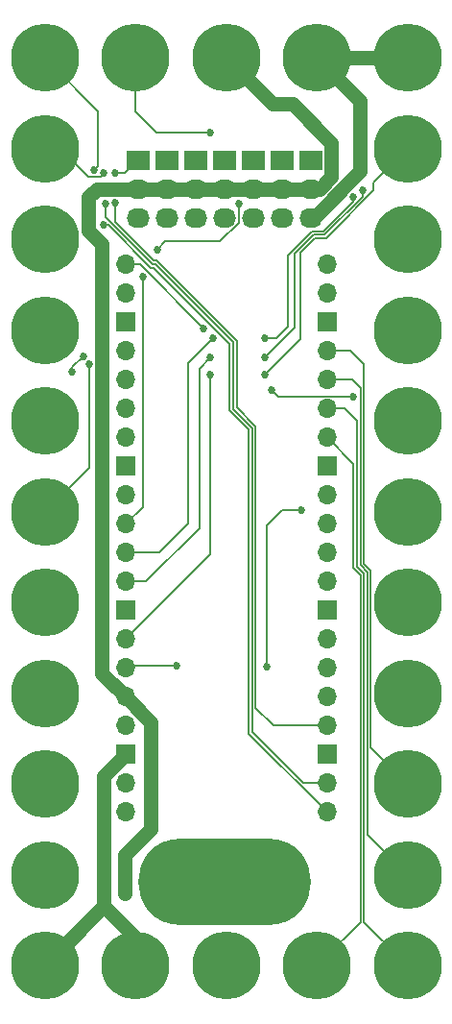
<source format=gtl>
G04 #@! TF.GenerationSoftware,KiCad,Pcbnew,(5.1.8)-1*
G04 #@! TF.CreationDate,2021-04-30T18:53:21-04:00*
G04 #@! TF.ProjectId,5x11-Raspi-Pico-Robot-Version,35783131-2d52-4617-9370-692d5069636f,v1.6*
G04 #@! TF.SameCoordinates,Original*
G04 #@! TF.FileFunction,Copper,L1,Top*
G04 #@! TF.FilePolarity,Positive*
%FSLAX46Y46*%
G04 Gerber Fmt 4.6, Leading zero omitted, Abs format (unit mm)*
G04 Created by KiCad (PCBNEW (5.1.8)-1) date 2021-04-30 18:53:21*
%MOMM*%
%LPD*%
G01*
G04 APERTURE LIST*
G04 #@! TA.AperFunction,ComponentPad*
%ADD10R,2.032000X1.727200*%
G04 #@! TD*
G04 #@! TA.AperFunction,ComponentPad*
%ADD11O,2.032000X1.727200*%
G04 #@! TD*
G04 #@! TA.AperFunction,ComponentPad*
%ADD12O,1.700000X1.700000*%
G04 #@! TD*
G04 #@! TA.AperFunction,ComponentPad*
%ADD13R,1.700000X1.700000*%
G04 #@! TD*
G04 #@! TA.AperFunction,SMDPad,CuDef*
%ADD14O,15.240000X7.620000*%
G04 #@! TD*
G04 #@! TA.AperFunction,ComponentPad*
%ADD15C,6.000000*%
G04 #@! TD*
G04 #@! TA.AperFunction,ViaPad*
%ADD16C,0.685800*%
G04 #@! TD*
G04 #@! TA.AperFunction,Conductor*
%ADD17C,1.270000*%
G04 #@! TD*
G04 #@! TA.AperFunction,Conductor*
%ADD18C,0.152400*%
G04 #@! TD*
G04 APERTURE END LIST*
D10*
X19050000Y-83820000D03*
D11*
X19050000Y-86360000D03*
X19050000Y-88900000D03*
D10*
X11430000Y-83820000D03*
D11*
X11430000Y-86360000D03*
X11430000Y-88900000D03*
D10*
X24130000Y-83820000D03*
D11*
X24130000Y-86360000D03*
X24130000Y-88900000D03*
D10*
X21590000Y-83820000D03*
D11*
X21590000Y-86360000D03*
X21590000Y-88900000D03*
D10*
X13970000Y-83820000D03*
D11*
X13970000Y-86360000D03*
X13970000Y-88900000D03*
D10*
X16510000Y-83820000D03*
D11*
X16510000Y-86360000D03*
X16510000Y-88900000D03*
D12*
X28067000Y-141296251D03*
X28067000Y-138756251D03*
D13*
X28067000Y-136216251D03*
D12*
X28067000Y-133676251D03*
X28067000Y-131136251D03*
X28067000Y-128596251D03*
X28067000Y-126056251D03*
D13*
X28067000Y-123516251D03*
D12*
X28067000Y-120976251D03*
X28067000Y-118436251D03*
X28067000Y-115896251D03*
X28067000Y-113356251D03*
D13*
X28067000Y-110816251D03*
D12*
X28067000Y-108276251D03*
X28067000Y-105736251D03*
X28067000Y-103196251D03*
X28067000Y-100656251D03*
D13*
X28067000Y-98116251D03*
D12*
X28067000Y-95576251D03*
X28067000Y-93036251D03*
X10287000Y-93036251D03*
X10287000Y-95576251D03*
D13*
X10287000Y-98116251D03*
D12*
X10287000Y-100656251D03*
X10287000Y-103196251D03*
X10287000Y-105736251D03*
X10287000Y-108276251D03*
D13*
X10287000Y-110816251D03*
D12*
X10287000Y-113356251D03*
X10287000Y-115896251D03*
X10287000Y-118436251D03*
X10287000Y-120976251D03*
D13*
X10287000Y-123516251D03*
D12*
X10287000Y-126056251D03*
X10287000Y-128596251D03*
X10287000Y-131136251D03*
X10287000Y-133676251D03*
D13*
X10287000Y-136216251D03*
D12*
X10287000Y-138756251D03*
X10287000Y-141296251D03*
D14*
X19050000Y-147407000D03*
D11*
X26670000Y-88900000D03*
X26670000Y-86360000D03*
D10*
X26670000Y-83820000D03*
D15*
X3176000Y-130825001D03*
X35175000Y-90825001D03*
X3176000Y-122825001D03*
X27175000Y-154825001D03*
X3175000Y-98825001D03*
X35175000Y-122825001D03*
X3175000Y-114825001D03*
X35175000Y-82825001D03*
X3175000Y-82825001D03*
X35175000Y-74825001D03*
X11175000Y-154825001D03*
X3176000Y-146825001D03*
X3176000Y-106825001D03*
X19175000Y-74825001D03*
X3175000Y-90825001D03*
X35175000Y-154825001D03*
X27175000Y-74825001D03*
X35175000Y-146825001D03*
X35175000Y-106825001D03*
X35175000Y-138825001D03*
X3176000Y-138825001D03*
X35175000Y-130825001D03*
X35175000Y-114825001D03*
X3176000Y-154825001D03*
X19175000Y-154825001D03*
X35175000Y-98825001D03*
X11175000Y-74825001D03*
X3176000Y-74825001D03*
D16*
X10200000Y-147700000D03*
X10200000Y-148500000D03*
X17800000Y-81400000D03*
X20300000Y-87700000D03*
X13100000Y-91700000D03*
X11800000Y-94100000D03*
X7069700Y-101800000D03*
X17800000Y-101200000D03*
X22600000Y-101200000D03*
X31200000Y-86500000D03*
X17800000Y-102700000D03*
X22600000Y-102700000D03*
X8500000Y-87700000D03*
X8400000Y-85000000D03*
X6600000Y-101100000D03*
X5600000Y-102500000D03*
X9400000Y-87600000D03*
X9400000Y-85000000D03*
X17200000Y-98654178D03*
X23200000Y-104100000D03*
X30371500Y-104700000D03*
X18000000Y-99500000D03*
X22600000Y-99500000D03*
X30350000Y-87050000D03*
X8380355Y-89519645D03*
X7521490Y-84717800D03*
X25800000Y-114700000D03*
X22800000Y-128500000D03*
X14800000Y-128400000D03*
D17*
X10287000Y-136216251D02*
X8400000Y-138103251D01*
X8400000Y-149601001D02*
X3176000Y-154825001D01*
X8400000Y-138103251D02*
X8400000Y-149601001D01*
X27175000Y-74825001D02*
X35175000Y-74825001D01*
X27175000Y-74825001D02*
X31000000Y-78650001D01*
X31000000Y-78650001D02*
X31000000Y-84800000D01*
X26900000Y-88900000D02*
X26670000Y-88900000D01*
X31000000Y-84800000D02*
X26900000Y-88900000D01*
X11175000Y-152376001D02*
X8400000Y-149601001D01*
X11175000Y-154825001D02*
X11175000Y-152376001D01*
X10200000Y-148500000D02*
X10200000Y-145100000D01*
X10200000Y-145100000D02*
X12500000Y-142800000D01*
X12500000Y-133349251D02*
X10287000Y-131136251D01*
X12500000Y-142800000D02*
X12500000Y-133349251D01*
X11430000Y-86360000D02*
X26670000Y-86360000D01*
X7000000Y-87100000D02*
X7740000Y-86360000D01*
X7740000Y-86360000D02*
X11430000Y-86360000D01*
X7000000Y-90000000D02*
X7000000Y-87100000D01*
X8200000Y-91200000D02*
X7000000Y-90000000D01*
X8200000Y-129049251D02*
X8200000Y-91200000D01*
X10287000Y-131136251D02*
X8200000Y-129049251D01*
X28473401Y-82326479D02*
X25046922Y-78900000D01*
X28473401Y-85313521D02*
X28473401Y-82326479D01*
X27426922Y-86360000D02*
X28473401Y-85313521D01*
X26670000Y-86360000D02*
X27426922Y-86360000D01*
X23249999Y-78900000D02*
X19175000Y-74825001D01*
X25046922Y-78900000D02*
X23249999Y-78900000D01*
D18*
X11175000Y-74825001D02*
X11175000Y-79575000D01*
X11175000Y-79575000D02*
X13000000Y-81400000D01*
X13000000Y-81400000D02*
X17800000Y-81400000D01*
X20300000Y-89347018D02*
X18647018Y-91000000D01*
X20300000Y-87700000D02*
X20300000Y-89347018D01*
X13800000Y-91000000D02*
X13100000Y-91700000D01*
X18647018Y-91000000D02*
X13800000Y-91000000D01*
X11800000Y-114383251D02*
X10287000Y-115896251D01*
X11800000Y-94100000D02*
X11800000Y-114383251D01*
X7069700Y-110930301D02*
X3175000Y-114825001D01*
X7069700Y-101800000D02*
X7069700Y-110930301D01*
X10287000Y-120976251D02*
X12123749Y-120976251D01*
X12123749Y-120976251D02*
X16800000Y-116300000D01*
X16800000Y-102200000D02*
X17800000Y-101200000D01*
X16800000Y-116300000D02*
X16800000Y-102200000D01*
X25200000Y-98600000D02*
X22600000Y-101200000D01*
X27873744Y-90395190D02*
X26873744Y-90395190D01*
X25200000Y-92068934D02*
X25200000Y-98600000D01*
X26873744Y-90395190D02*
X25200000Y-92068934D01*
X31200000Y-87068934D02*
X27873744Y-90395190D01*
X31200000Y-87068934D02*
X31200000Y-86500000D01*
X10287000Y-126056251D02*
X17800000Y-118543251D01*
X17800000Y-118543251D02*
X17800000Y-102700000D01*
X27000000Y-90700000D02*
X28000000Y-90700000D01*
X25700000Y-92000000D02*
X27000000Y-90700000D01*
X25700000Y-99600000D02*
X25700000Y-92000000D01*
X22600000Y-102700000D02*
X25700000Y-99600000D01*
X32175001Y-85825000D02*
X35175000Y-82825001D01*
X32175001Y-86524999D02*
X32175001Y-85825000D01*
X28500000Y-90200000D02*
X32175001Y-86524999D01*
X28000000Y-90700000D02*
X28500000Y-90200000D01*
X28500000Y-90200000D02*
X28600000Y-90100000D01*
X27175000Y-154825001D02*
X31031969Y-150968032D01*
X31031969Y-120406234D02*
X30422349Y-119796614D01*
X31031969Y-150968032D02*
X31031969Y-120406234D01*
X30422349Y-110631600D02*
X28067000Y-108276251D01*
X30422349Y-119796614D02*
X30422349Y-110631600D01*
X28067000Y-138756251D02*
X25958066Y-138756251D01*
X25958066Y-138756251D02*
X21475559Y-134273744D01*
X21475559Y-134273744D02*
X21475558Y-107444492D01*
X19804810Y-105773744D02*
X19804809Y-99873743D01*
X21475558Y-107444492D02*
X19804810Y-105773744D01*
X19804809Y-99873743D02*
X12927666Y-92996600D01*
X12927666Y-92996600D02*
X12665533Y-92996599D01*
X8500000Y-88831066D02*
X8500000Y-87700000D01*
X12665533Y-92996599D02*
X8500000Y-88831066D01*
X3175000Y-82825001D02*
X4525001Y-82825001D01*
X8110699Y-85289301D02*
X8400000Y-85000000D01*
X6989301Y-85289301D02*
X8110699Y-85289301D01*
X4525001Y-82825001D02*
X6989301Y-85289301D01*
X5600000Y-102100000D02*
X5600000Y-102500000D01*
X6600000Y-101100000D02*
X5600000Y-102100000D01*
X28067000Y-133676251D02*
X23356619Y-133676251D01*
X23356619Y-133676251D02*
X21780367Y-132099999D01*
X21780367Y-132099999D02*
X21780367Y-107318235D01*
X21780367Y-107318235D02*
X20109618Y-105647486D01*
X20109618Y-105647486D02*
X20109618Y-99747486D01*
X20109618Y-99747486D02*
X14491790Y-94129658D01*
X12791791Y-92691791D02*
X9400000Y-89300000D01*
X9400000Y-89300000D02*
X9400000Y-87600000D01*
X13053922Y-92691791D02*
X12791791Y-92691791D01*
X14831066Y-94468934D02*
X13053922Y-92691791D01*
X10250000Y-85000000D02*
X11430000Y-83820000D01*
X9400000Y-85000000D02*
X10250000Y-85000000D01*
X35175000Y-154825001D02*
X31336779Y-150986780D01*
X31336779Y-120279978D02*
X30727159Y-119670358D01*
X31336779Y-150986780D02*
X31336779Y-120279978D01*
X30727159Y-119670358D02*
X30727159Y-106827159D01*
X29636251Y-105736251D02*
X28067000Y-105736251D01*
X30727159Y-106827159D02*
X29636251Y-105736251D01*
X30296251Y-103196251D02*
X28067000Y-103196251D01*
X31031969Y-103931969D02*
X30296251Y-103196251D01*
X31031969Y-119544102D02*
X31031969Y-103931969D01*
X31641589Y-120153722D02*
X31031969Y-119544102D01*
X31641589Y-143291590D02*
X31641589Y-120153722D01*
X35175000Y-146825001D02*
X31641589Y-143291590D01*
X11582073Y-93036251D02*
X17200000Y-98654178D01*
X10287000Y-93036251D02*
X11582073Y-93036251D01*
X30329150Y-104657650D02*
X30371500Y-104700000D01*
X23757650Y-104657650D02*
X30329150Y-104657650D01*
X23200000Y-104100000D02*
X23757650Y-104657650D01*
X31946399Y-120027466D02*
X31336779Y-119417846D01*
X31946399Y-135596400D02*
X31946399Y-120027466D01*
X35175000Y-138825001D02*
X31946399Y-135596400D01*
X31336779Y-119417846D02*
X31336779Y-101836779D01*
X30156251Y-100656251D02*
X28067000Y-100656251D01*
X31336779Y-101836779D02*
X30156251Y-100656251D01*
X10287000Y-118436251D02*
X13263749Y-118436251D01*
X13263749Y-118436251D02*
X15800000Y-115900000D01*
X15800000Y-101700000D02*
X18000000Y-99500000D01*
X15800000Y-115900000D02*
X15800000Y-101700000D01*
X35175000Y-98825001D02*
X35175000Y-96675000D01*
X30350000Y-87487868D02*
X30350000Y-87050000D01*
X27747488Y-90090380D02*
X30350000Y-87487868D01*
X26747487Y-90090381D02*
X27747488Y-90090380D01*
X23600000Y-99500000D02*
X24600000Y-98500000D01*
X22600000Y-99500000D02*
X23600000Y-99500000D01*
X24600000Y-98500000D02*
X24600000Y-92237868D01*
X24600000Y-92237868D02*
X26747487Y-90090381D01*
X8757513Y-89519645D02*
X8380355Y-89519645D01*
X12539276Y-93301408D02*
X8757513Y-89519645D01*
X12801409Y-93301409D02*
X12539276Y-93301408D01*
X19500000Y-105900000D02*
X19500000Y-100000000D01*
X21170749Y-107570749D02*
X19500000Y-105900000D01*
X19500000Y-100000000D02*
X12801409Y-93301409D01*
X21170749Y-134400000D02*
X21170749Y-107570749D01*
X28067000Y-141296251D02*
X21170749Y-134400000D01*
X7521490Y-84717800D02*
X7900000Y-84339290D01*
X7900000Y-79549001D02*
X3176000Y-74825001D01*
X7900000Y-84339290D02*
X7900000Y-79549001D01*
X25800000Y-114700000D02*
X24100000Y-114700000D01*
X22800000Y-116000000D02*
X22800000Y-128500000D01*
X24100000Y-114700000D02*
X22800000Y-116000000D01*
X10483251Y-128400000D02*
X10287000Y-128596251D01*
X14800000Y-128400000D02*
X10483251Y-128400000D01*
M02*

</source>
